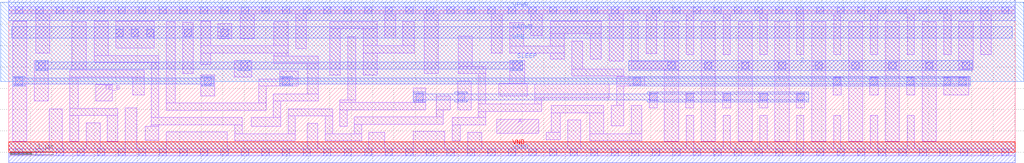
<source format=lef>
# Copyright 2020 The SkyWater PDK Authors
#
# Licensed under the Apache License, Version 2.0 (the "License");
# you may not use this file except in compliance with the License.
# You may obtain a copy of the License at
#
#     https://www.apache.org/licenses/LICENSE-2.0
#
# Unless required by applicable law or agreed to in writing, software
# distributed under the License is distributed on an "AS IS" BASIS,
# WITHOUT WARRANTIES OR CONDITIONS OF ANY KIND, either express or implied.
# See the License for the specific language governing permissions and
# limitations under the License.
#
# SPDX-License-Identifier: Apache-2.0

VERSION 5.7 ;
  NOWIREEXTENSIONATPIN ON ;
  DIVIDERCHAR "/" ;
  BUSBITCHARS "[]" ;
MACRO sky130_fd_sc_lp__busdrivernovlpsleep_20
  CLASS CORE ;
  FOREIGN sky130_fd_sc_lp__busdrivernovlpsleep_20 ;
  ORIGIN  0.000000  0.000000 ;
  SIZE  23.52000 BY  3.330000 ;
  SYMMETRY X Y ;
  SITE unit ;
  PIN A
    ANTENNAGATEAREA  1.260000 ;
    DIRECTION INPUT ;
    USE SIGNAL ;
    PORT
      LAYER li1 ;
        RECT 11.400000 0.440000 12.385000 0.770000 ;
    END
  END A
  PIN SLEEP
    ANTENNAGATEAREA  1.228000 ;
    DIRECTION INPUT ;
    USE SIGNAL ;
    PORT
      LAYER met1 ;
        RECT  0.625000 1.920000  0.915000 1.950000 ;
        RECT  0.625000 1.950000 12.010000 2.120000 ;
        RECT  0.625000 2.120000  0.915000 2.150000 ;
        RECT  5.355000 1.920000  5.645000 1.950000 ;
        RECT  5.355000 2.120000  5.645000 2.150000 ;
        RECT 11.720000 1.920000 12.010000 1.950000 ;
        RECT 11.720000 2.120000 12.010000 2.150000 ;
    END
  END SLEEP
  PIN TE_B
    ANTENNAGATEAREA  0.348000 ;
    DIRECTION INPUT ;
    USE SIGNAL ;
    PORT
      LAYER li1 ;
        RECT 2.035000 1.200000 2.415000 1.590000 ;
    END
  END TE_B
  PIN Z
    ANTENNADIFFAREA  4.968000 ;
    DIRECTION OUTPUT ;
    USE SIGNAL ;
    PORT
      LAYER met1 ;
        RECT 14.480000 1.920000 22.510000 2.150000 ;
    END
  END Z
  PIN KAPWR
    DIRECTION INOUT ;
    USE POWER ;
    PORT
      LAYER met1 ;
        RECT 0.070000 2.675000 23.450000 2.945000 ;
    END
  END KAPWR
  PIN VGND
    DIRECTION INOUT ;
    USE GROUND ;
    PORT
      LAYER met1 ;
        RECT 0.000000 -0.245000 23.520000 0.245000 ;
    END
  END VGND
  PIN VNB
    DIRECTION INOUT ;
    USE GROUND ;
    PORT
      LAYER pwell ;
        RECT 0.000000 0.000000 23.520000 0.245000 ;
    END
  END VNB
  PIN VPB
    DIRECTION INOUT ;
    USE POWER ;
    PORT
      LAYER nwell ;
        RECT -0.190000 1.655000 23.710000 3.520000 ;
    END
  END VPB
  PIN VPWR
    DIRECTION INOUT ;
    USE POWER ;
    PORT
      LAYER met1 ;
        RECT 0.000000 3.085000 23.520000 3.575000 ;
    END
  END VPWR
  OBS
    LAYER li1 ;
      RECT  0.000000 -0.085000 23.520000 0.085000 ;
      RECT  0.000000  3.245000 23.520000 3.415000 ;
      RECT  0.095000  0.255000  0.425000 3.075000 ;
      RECT  0.595000  1.200000  0.925000 2.150000 ;
      RECT  0.625000  2.320000  0.955000 3.245000 ;
      RECT  0.945000  0.085000  1.250000 1.020000 ;
      RECT  1.420000  0.255000  1.635000 0.860000 ;
      RECT  1.420000  0.860000  2.550000 1.030000 ;
      RECT  1.420000  1.030000  1.625000 1.760000 ;
      RECT  1.420000  1.760000  3.165000 1.930000 ;
      RECT  1.475000  1.930000  1.805000 3.065000 ;
      RECT  1.805000  0.085000  2.135000 0.690000 ;
      RECT  1.995000  2.100000  3.505000 2.270000 ;
      RECT  1.995000  2.270000  2.325000 3.075000 ;
      RECT  2.305000  0.255000  2.550000 0.860000 ;
      RECT  2.495000  2.440000  3.400000 3.075000 ;
      RECT  2.720000  0.085000  2.995000 1.040000 ;
      RECT  2.900000  1.345000  3.165000 1.760000 ;
      RECT  3.185000  0.275000  3.505000 0.605000 ;
      RECT  3.335000  0.605000  3.505000 0.645000 ;
      RECT  3.335000  0.645000  5.455000 0.815000 ;
      RECT  3.335000  0.815000  3.505000 2.100000 ;
      RECT  3.675000  0.085000  5.110000 0.475000 ;
      RECT  3.675000  0.985000  6.015000 1.155000 ;
      RECT  3.675000  1.155000  3.895000 3.065000 ;
      RECT  4.065000  1.850000  4.315000 3.045000 ;
      RECT  4.485000  1.325000  4.815000 1.815000 ;
      RECT  4.485000  2.060000  4.715000 2.325000 ;
      RECT  4.485000  2.325000  6.525000 2.495000 ;
      RECT  4.485000  2.495000  4.715000 3.070000 ;
      RECT  4.885000  2.665000  5.215000 3.015000 ;
      RECT  5.270000  1.765000  5.675000 2.155000 ;
      RECT  5.285000  0.265000  6.695000 0.435000 ;
      RECT  5.285000  0.435000  5.455000 0.645000 ;
      RECT  5.405000  2.665000  5.735000 3.245000 ;
      RECT  5.660000  0.605000  6.355000 0.815000 ;
      RECT  5.845000  1.155000  6.015000 1.550000 ;
      RECT  5.845000  1.550000  6.760000 1.720000 ;
      RECT  6.185000  0.815000  6.355000 1.200000 ;
      RECT  6.185000  1.200000  7.230000 1.370000 ;
      RECT  6.195000  2.085000  7.230000 2.255000 ;
      RECT  6.195000  2.255000  6.525000 2.325000 ;
      RECT  6.195000  2.495000  6.525000 3.065000 ;
      RECT  6.335000  1.720000  6.760000 1.905000 ;
      RECT  6.525000  0.435000  6.695000 0.850000 ;
      RECT  6.525000  0.850000  7.565000 1.020000 ;
      RECT  6.705000  2.435000  6.955000 3.245000 ;
      RECT  6.970000  1.370000  7.230000 2.085000 ;
      RECT  6.975000  0.085000  7.225000 0.680000 ;
      RECT  7.395000  0.265000  8.245000 0.435000 ;
      RECT  7.395000  0.435000  7.565000 0.850000 ;
      RECT  7.500000  1.815000  7.750000 2.895000 ;
      RECT  7.500000  2.895000  8.610000 3.065000 ;
      RECT  7.735000  0.605000  7.905000 0.995000 ;
      RECT  7.735000  0.995000  9.745000 1.165000 ;
      RECT  7.735000  1.165000  8.110000 1.225000 ;
      RECT  7.920000  1.225000  8.110000 2.715000 ;
      RECT  8.075000  0.435000  8.245000 0.655000 ;
      RECT  8.075000  0.655000 10.155000 0.825000 ;
      RECT  8.280000  1.815000  8.610000 2.320000 ;
      RECT  8.280000  2.320000  9.470000 2.500000 ;
      RECT  8.280000  2.500000  8.610000 2.895000 ;
      RECT  8.415000  0.085000  8.785000 0.465000 ;
      RECT  8.780000  2.670000  9.040000 3.245000 ;
      RECT  9.210000  2.500000  9.470000 3.065000 ;
      RECT  9.455000  0.085000 10.190000 0.485000 ;
      RECT  9.455000  1.165000  9.745000 1.505000 ;
      RECT  9.710000  1.845000 10.040000 3.245000 ;
      RECT  9.985000  0.825000 10.155000 0.995000 ;
      RECT  9.985000  0.995000 10.315000 1.325000 ;
      RECT 10.360000  0.265000 10.550000 0.645000 ;
      RECT 10.360000  0.645000 11.140000 0.815000 ;
      RECT 10.485000  0.995000 10.800000 1.665000 ;
      RECT 10.500000  1.845000 11.140000 2.015000 ;
      RECT 10.500000  2.015000 10.830000 2.725000 ;
      RECT 10.720000  0.085000 11.050000 0.465000 ;
      RECT 10.970000  0.815000 11.140000 0.955000 ;
      RECT 10.970000  0.955000 12.455000 1.130000 ;
      RECT 10.970000  1.130000 11.140000 1.845000 ;
      RECT 11.270000  2.320000 11.530000 3.245000 ;
      RECT 11.445000  1.325000 12.115000 1.615000 ;
      RECT 11.700000  2.320000 12.980000 2.490000 ;
      RECT 11.700000  2.490000 12.030000 3.035000 ;
      RECT 11.710000  1.615000 12.055000 2.150000 ;
      RECT 12.200000  2.735000 12.460000 3.245000 ;
      RECT 12.285000  1.130000 12.455000 1.275000 ;
      RECT 12.285000  1.275000 14.030000 1.605000 ;
      RECT 12.555000  0.295000 12.885000 0.465000 ;
      RECT 12.650000  2.185000 12.980000 2.320000 ;
      RECT 12.650000  2.490000 12.980000 2.775000 ;
      RECT 12.650000  2.775000 13.840000 3.075000 ;
      RECT 12.680000  0.465000 12.885000 0.925000 ;
      RECT 12.680000  0.925000 13.905000 1.095000 ;
      RECT 13.055000  0.085000 13.365000 0.755000 ;
      RECT 13.150000  1.785000 14.370000 1.955000 ;
      RECT 13.150000  1.955000 13.410000 2.605000 ;
      RECT 13.575000  0.265000 14.790000 0.435000 ;
      RECT 13.575000  0.435000 13.905000 0.925000 ;
      RECT 13.590000  2.185000 13.840000 2.775000 ;
      RECT 14.025000  2.135000 14.360000 3.245000 ;
      RECT 14.075000  0.615000 14.370000 1.095000 ;
      RECT 14.200000  1.095000 14.370000 1.550000 ;
      RECT 14.200000  1.550000 14.860000 1.780000 ;
      RECT 14.200000  1.780000 14.370000 1.785000 ;
      RECT 14.540000  0.435000 14.790000 1.095000 ;
      RECT 14.540000  1.950000 15.650000 2.130000 ;
      RECT 14.540000  2.130000 14.710000 3.065000 ;
      RECT 14.890000  2.310000 15.140000 3.245000 ;
      RECT 14.960000  1.035000 15.150000 1.410000 ;
      RECT 15.320000  0.255000 15.650000 1.950000 ;
      RECT 15.320000  2.130000 15.650000 3.065000 ;
      RECT 15.820000  1.035000 16.010000 1.410000 ;
      RECT 15.830000  0.085000 16.000000 0.865000 ;
      RECT 15.830000  2.290000 16.000000 3.245000 ;
      RECT 16.180000  0.255000 16.510000 3.065000 ;
      RECT 16.680000  1.035000 16.870000 1.410000 ;
      RECT 16.690000  0.085000 16.860000 0.865000 ;
      RECT 16.690000  2.290000 16.860000 3.245000 ;
      RECT 17.040000  0.255000 17.370000 3.065000 ;
      RECT 17.540000  1.035000 17.730000 1.410000 ;
      RECT 17.550000  0.085000 17.720000 0.865000 ;
      RECT 17.550000  2.290000 17.720000 3.245000 ;
      RECT 17.900000  0.255000 18.230000 3.065000 ;
      RECT 18.400000  1.035000 18.590000 1.410000 ;
      RECT 18.410000  0.085000 18.580000 0.865000 ;
      RECT 18.410000  2.290000 18.580000 3.245000 ;
      RECT 18.760000  0.255000 19.090000 3.065000 ;
      RECT 19.260000  1.345000 19.450000 1.760000 ;
      RECT 19.270000  0.085000 19.440000 0.865000 ;
      RECT 19.270000  2.290000 19.440000 3.245000 ;
      RECT 19.620000  0.255000 19.950000 3.065000 ;
      RECT 20.120000  1.345000 20.310000 1.760000 ;
      RECT 20.130000  0.085000 20.300000 0.865000 ;
      RECT 20.130000  2.290000 20.300000 3.245000 ;
      RECT 20.480000  0.260000 20.810000 3.065000 ;
      RECT 20.980000  1.345000 21.170000 1.760000 ;
      RECT 20.990000  0.085000 21.160000 0.865000 ;
      RECT 20.990000  2.290000 21.160000 3.245000 ;
      RECT 21.340000  0.255000 21.670000 3.065000 ;
      RECT 21.840000  1.345000 22.430000 1.760000 ;
      RECT 21.850000  2.290000 22.020000 3.245000 ;
      RECT 22.200000  1.940000 22.530000 3.065000 ;
      RECT 22.710000  2.290000 22.960000 3.245000 ;
    LAYER mcon ;
      RECT  0.155000 -0.085000  0.325000 0.085000 ;
      RECT  0.155000  1.580000  0.325000 1.750000 ;
      RECT  0.155000  3.245000  0.325000 3.415000 ;
      RECT  0.635000 -0.085000  0.805000 0.085000 ;
      RECT  0.635000  3.245000  0.805000 3.415000 ;
      RECT  0.685000  1.950000  0.855000 2.120000 ;
      RECT  1.115000 -0.085000  1.285000 0.085000 ;
      RECT  1.115000  3.245000  1.285000 3.415000 ;
      RECT  1.595000 -0.085000  1.765000 0.085000 ;
      RECT  1.595000  3.245000  1.765000 3.415000 ;
      RECT  2.075000 -0.085000  2.245000 0.085000 ;
      RECT  2.075000  3.245000  2.245000 3.415000 ;
      RECT  2.500000  2.715000  2.670000 2.885000 ;
      RECT  2.555000 -0.085000  2.725000 0.085000 ;
      RECT  2.555000  3.245000  2.725000 3.415000 ;
      RECT  2.860000  2.715000  3.030000 2.885000 ;
      RECT  3.035000 -0.085000  3.205000 0.085000 ;
      RECT  3.035000  3.245000  3.205000 3.415000 ;
      RECT  3.220000  2.715000  3.390000 2.885000 ;
      RECT  3.515000 -0.085000  3.685000 0.085000 ;
      RECT  3.515000  3.245000  3.685000 3.415000 ;
      RECT  3.995000 -0.085000  4.165000 0.085000 ;
      RECT  3.995000  3.245000  4.165000 3.415000 ;
      RECT  4.105000  2.715000  4.275000 2.885000 ;
      RECT  4.475000 -0.085000  4.645000 0.085000 ;
      RECT  4.475000  3.245000  4.645000 3.415000 ;
      RECT  4.565000  1.580000  4.735000 1.750000 ;
      RECT  4.955000 -0.085000  5.125000 0.085000 ;
      RECT  4.955000  2.715000  5.125000 2.885000 ;
      RECT  4.955000  3.245000  5.125000 3.415000 ;
      RECT  5.415000  1.950000  5.585000 2.120000 ;
      RECT  5.435000 -0.085000  5.605000 0.085000 ;
      RECT  5.435000  3.245000  5.605000 3.415000 ;
      RECT  5.915000 -0.085000  6.085000 0.085000 ;
      RECT  5.915000  3.245000  6.085000 3.415000 ;
      RECT  6.395000 -0.085000  6.565000 0.085000 ;
      RECT  6.395000  1.580000  6.565000 1.750000 ;
      RECT  6.395000  3.245000  6.565000 3.415000 ;
      RECT  6.875000 -0.085000  7.045000 0.085000 ;
      RECT  6.875000  3.245000  7.045000 3.415000 ;
      RECT  7.355000 -0.085000  7.525000 0.085000 ;
      RECT  7.355000  3.245000  7.525000 3.415000 ;
      RECT  7.835000 -0.085000  8.005000 0.085000 ;
      RECT  7.835000  3.245000  8.005000 3.415000 ;
      RECT  8.315000 -0.085000  8.485000 0.085000 ;
      RECT  8.315000  3.245000  8.485000 3.415000 ;
      RECT  8.795000 -0.085000  8.965000 0.085000 ;
      RECT  8.795000  3.245000  8.965000 3.415000 ;
      RECT  9.275000 -0.085000  9.445000 0.085000 ;
      RECT  9.275000  3.245000  9.445000 3.415000 ;
      RECT  9.515000  1.210000  9.685000 1.380000 ;
      RECT  9.755000 -0.085000  9.925000 0.085000 ;
      RECT  9.755000  3.245000  9.925000 3.415000 ;
      RECT 10.235000 -0.085000 10.405000 0.085000 ;
      RECT 10.235000  3.245000 10.405000 3.415000 ;
      RECT 10.485000  1.210000 10.655000 1.380000 ;
      RECT 10.715000 -0.085000 10.885000 0.085000 ;
      RECT 10.715000  3.245000 10.885000 3.415000 ;
      RECT 11.195000 -0.085000 11.365000 0.085000 ;
      RECT 11.195000  3.245000 11.365000 3.415000 ;
      RECT 11.675000 -0.085000 11.845000 0.085000 ;
      RECT 11.675000  3.245000 11.845000 3.415000 ;
      RECT 11.780000  1.950000 11.950000 2.120000 ;
      RECT 12.155000 -0.085000 12.325000 0.085000 ;
      RECT 12.155000  3.245000 12.325000 3.415000 ;
      RECT 12.635000 -0.085000 12.805000 0.085000 ;
      RECT 12.635000  3.245000 12.805000 3.415000 ;
      RECT 13.115000 -0.085000 13.285000 0.085000 ;
      RECT 13.115000  3.245000 13.285000 3.415000 ;
      RECT 13.595000 -0.085000 13.765000 0.085000 ;
      RECT 13.595000  3.245000 13.765000 3.415000 ;
      RECT 14.075000 -0.085000 14.245000 0.085000 ;
      RECT 14.075000  3.245000 14.245000 3.415000 ;
      RECT 14.555000 -0.085000 14.725000 0.085000 ;
      RECT 14.555000  3.245000 14.725000 3.415000 ;
      RECT 14.595000  1.580000 14.765000 1.750000 ;
      RECT 14.980000  1.210000 15.150000 1.380000 ;
      RECT 15.035000 -0.085000 15.205000 0.085000 ;
      RECT 15.035000  3.245000 15.205000 3.415000 ;
      RECT 15.400000  1.950000 15.570000 2.120000 ;
      RECT 15.515000 -0.085000 15.685000 0.085000 ;
      RECT 15.515000  3.245000 15.685000 3.415000 ;
      RECT 15.840000  1.210000 16.010000 1.380000 ;
      RECT 15.995000 -0.085000 16.165000 0.085000 ;
      RECT 15.995000  3.245000 16.165000 3.415000 ;
      RECT 16.260000  1.950000 16.430000 2.120000 ;
      RECT 16.475000 -0.085000 16.645000 0.085000 ;
      RECT 16.475000  3.245000 16.645000 3.415000 ;
      RECT 16.700000  1.210000 16.870000 1.380000 ;
      RECT 16.955000 -0.085000 17.125000 0.085000 ;
      RECT 16.955000  3.245000 17.125000 3.415000 ;
      RECT 17.120000  1.950000 17.290000 2.120000 ;
      RECT 17.435000 -0.085000 17.605000 0.085000 ;
      RECT 17.435000  3.245000 17.605000 3.415000 ;
      RECT 17.560000  1.210000 17.730000 1.380000 ;
      RECT 17.915000 -0.085000 18.085000 0.085000 ;
      RECT 17.915000  3.245000 18.085000 3.415000 ;
      RECT 17.980000  1.950000 18.150000 2.120000 ;
      RECT 18.395000 -0.085000 18.565000 0.085000 ;
      RECT 18.395000  3.245000 18.565000 3.415000 ;
      RECT 18.420000  1.210000 18.590000 1.380000 ;
      RECT 18.840000  1.950000 19.010000 2.120000 ;
      RECT 18.875000 -0.085000 19.045000 0.085000 ;
      RECT 18.875000  3.245000 19.045000 3.415000 ;
      RECT 19.260000  1.580000 19.430000 1.750000 ;
      RECT 19.355000 -0.085000 19.525000 0.085000 ;
      RECT 19.355000  3.245000 19.525000 3.415000 ;
      RECT 19.700000  1.950000 19.870000 2.120000 ;
      RECT 19.835000 -0.085000 20.005000 0.085000 ;
      RECT 19.835000  3.245000 20.005000 3.415000 ;
      RECT 20.120000  1.580000 20.290000 1.750000 ;
      RECT 20.315000 -0.085000 20.485000 0.085000 ;
      RECT 20.315000  3.245000 20.485000 3.415000 ;
      RECT 20.560000  1.950000 20.730000 2.120000 ;
      RECT 20.795000 -0.085000 20.965000 0.085000 ;
      RECT 20.795000  3.245000 20.965000 3.415000 ;
      RECT 20.980000  1.580000 21.150000 1.750000 ;
      RECT 21.275000 -0.085000 21.445000 0.085000 ;
      RECT 21.275000  3.245000 21.445000 3.415000 ;
      RECT 21.420000  1.950000 21.590000 2.120000 ;
      RECT 21.755000 -0.085000 21.925000 0.085000 ;
      RECT 21.755000  3.245000 21.925000 3.415000 ;
      RECT 21.840000  1.580000 22.010000 1.750000 ;
      RECT 22.200000  1.580000 22.370000 1.750000 ;
      RECT 22.235000 -0.085000 22.405000 0.085000 ;
      RECT 22.235000  3.245000 22.405000 3.415000 ;
      RECT 22.280000  1.950000 22.450000 2.120000 ;
      RECT 22.715000 -0.085000 22.885000 0.085000 ;
      RECT 22.715000  3.245000 22.885000 3.415000 ;
      RECT 23.195000 -0.085000 23.365000 0.085000 ;
      RECT 23.195000  3.245000 23.365000 3.415000 ;
    LAYER met1 ;
      RECT  0.095000 1.550000  0.385000 1.595000 ;
      RECT  0.095000 1.595000  4.795000 1.735000 ;
      RECT  0.095000 1.735000  0.385000 1.780000 ;
      RECT  4.505000 1.550000  4.795000 1.595000 ;
      RECT  4.505000 1.735000  4.795000 1.780000 ;
      RECT  6.335000 1.550000  6.625000 1.595000 ;
      RECT  6.335000 1.595000 22.465000 1.735000 ;
      RECT  6.335000 1.735000  6.625000 1.780000 ;
      RECT  9.455000 1.180000  9.745000 1.225000 ;
      RECT  9.455000 1.225000 18.695000 1.365000 ;
      RECT  9.455000 1.365000  9.745000 1.410000 ;
      RECT 10.425000 1.180000 10.715000 1.225000 ;
      RECT 10.425000 1.365000 10.715000 1.410000 ;
      RECT 14.500000 1.735000 22.465000 1.780000 ;
      RECT 14.505000 1.550000 22.465000 1.595000 ;
      RECT 14.920000 1.180000 18.695000 1.225000 ;
      RECT 14.920000 1.365000 18.695000 1.410000 ;
  END
END sky130_fd_sc_lp__busdrivernovlpsleep_20
END LIBRARY

</source>
